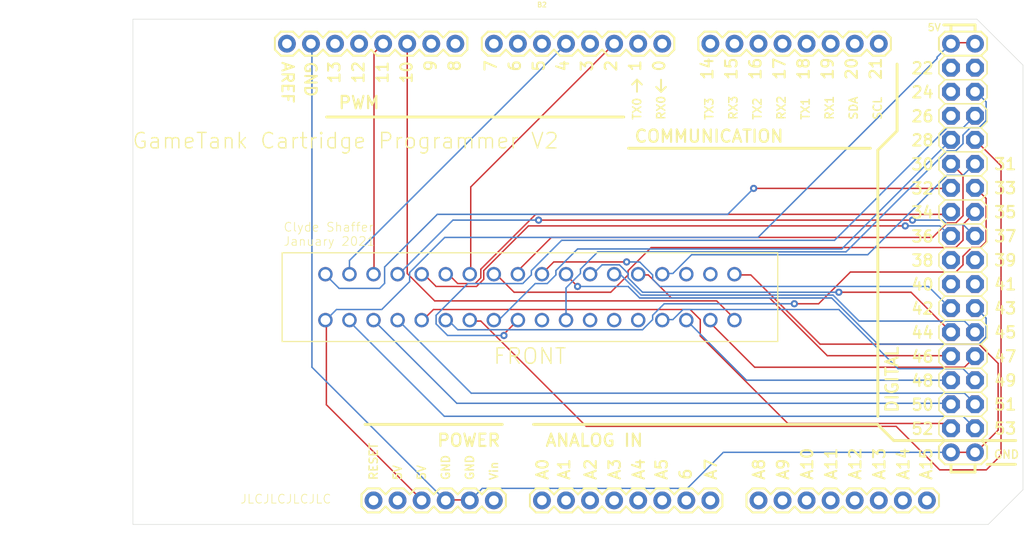
<source format=kicad_pcb>
(kicad_pcb (version 20241229) (generator "pcbnew") (generator_version "9.0")
  (layers (0 "F.Cu" signal) (4 "In1.Cu" signal) (6 "In2.Cu" signal) (2 "B.Cu" signal) (13 "F.Paste" user) (15 "B.Paste" user) (5 "F.SilkS" user "F.Silkscreen") (7 "B.SilkS" user "B.Silkscreen") (1 "F.Mask" user) (3 "B.Mask" user) (25 "Edge.Cuts" user))
  (net 0 "")
  (net 1 "VCC")
  (net 2 "GND")
  (net 3 "N$13")
  (net 4 "N$14")
  (net 5 "N$15")
  (net 6 "N$16")
  (net 7 "N$17")
  (net 8 "N$18")
  (net 9 "N$19")
  (net 10 "N$20")
  (net 11 "N$1")
  (net 12 "N$2")
  (net 13 "N$3")
  (net 14 "N$4")
  (net 15 "N$5")
  (net 16 "N$6")
  (net 17 "N$7")
  (net 18 "N$8")
  (net 19 "D0")
  (net 20 "D1")
  (net 21 "D2")
  (net 22 "D3")
  (net 23 "D4")
  (net 24 "D5")
  (net 25 "D6")
  (net 26 "D7")
  (net 27 "MISO")
  (net 28 "MOSI")
  (net 29 "SCK")
  (net 30 "SS")
  (net 31 "CLK")
  (net 32 "~{OE}")
  (net 33 "~{RESET}")
  (net 34 "~{WE}")
  (net 35 "READY")
  (net 36 "~{IRQ}")
  (footprint "MegaProgrammer:ARDUINO_MEGA_509" (layer "F.Cu") (at 143.4311 105.0291)
    (property "Reference" "B2")
    (property "Value" "ARDUINO_MEGA_R3FULL")
  )
  (footprint "MegaProgrammer:SLOT36" (layer "F.Cu") (at 143.4311 110.1091)
    (property "Reference" "U$1" (hide yes))
    (property "Value" "GT_CART3GT_SLOT" (hide yes))
  )
  (gr_line (start 101.5211 131.6991) (end 191.8181 131.6991) (stroke (width 0.05)) (layer "Edge.Cuts"))
  (gr_line (start 101.5211 78.3081) (end 101.5211 131.6991) (stroke (width 0.05)) (layer "Edge.Cuts"))
  (gr_line (start 195.4811 83.1651) (end 190.6241 78.3081) (stroke (width 0.05)) (layer "Edge.Cuts"))
  (gr_line (start 190.6241 78.3081) (end 101.5211 78.3081) (stroke (width 0.05)) (layer "Edge.Cuts"))
  (gr_line (start 195.4811 128.0361) (end 195.4811 83.1651) (stroke (width 0.05)) (layer "Edge.Cuts"))
  (gr_line (start 191.8181 131.6991) (end 195.4811 128.0361) (stroke (width 0.05)) (layer "Edge.Cuts"))
  (gr_text "JLCJLCJLCJLC" (at 112.7987 129.5655 0) (layer "F.SilkS") (effects (font (size 0.93472 0.93472) (thickness 0.08128)) (justify left bottom)))
  (gr_text "FRONT" (at 143.4311 113.9191 0) (layer "F.SilkS") (effects (font (size 1.63576 1.63576) (thickness 0.14224))))
  (gr_text "Clyde Shaffer\nJanuary 2021" (at 117.3707 102.3367 0) (layer "F.SilkS") (effects (font (size 0.93472 0.93472) (thickness 0.08128)) (justify left bottom)))
  (gr_text "GameTank Cartridge Programmer V2" (at 123.9747 91.1607 0) (layer "F.SilkS") (effects (font (size 1.63576 1.63576) (thickness 0.14224))))
  (segment (start 121.9427 119.0499) (end 121.9427 110.2107) (width 0.1524) (layer "F.Cu") (net 1))
  (segment (start 132.0011 129.1083) (end 121.9427 119.0499) (width 0.1524) (layer "F.Cu") (net 1))
  (segment (start 190.3703 80.7975) (end 190.4211 80.8991) (width 0.1524) (layer "F.Cu") (net 1))
  (segment (start 190.3703 80.7975) (end 187.9319 80.7975) (width 0.1524) (layer "F.Cu") (net 1))
  (segment (start 187.9319 80.7975) (end 187.8811 80.8991) (width 0.1524) (layer "F.Cu") (net 1))
  (segment (start 132.0011 129.1083) (end 132.0011 129.1591) (width 0.1524) (layer "F.Cu") (net 1))
  (segment (start 121.9427 110.2107) (end 121.8411 110.1091) (width 0.1524) (layer "F.Cu") (net 1))
  (segment (start 127.7847 108.9915) (end 130.7311 106.0451) (width 0.1524) (layer "B.Cu") (net 1))
  (segment (start 123.0095 108.9915) (end 127.7847 108.9915) (width 0.1524) (layer "B.Cu") (net 1))
  (segment (start 187.7795 80.9499) (end 187.8811 80.8991) (width 0.1524) (layer "B.Cu") (net 1))
  (segment (start 130.7311 106.0451) (end 130.7311 105.0799) (width 0.1524) (layer "B.Cu") (net 1))
  (segment (start 121.9427 110.0583) (end 121.8411 110.1091) (width 0.1524) (layer "B.Cu") (net 1))
  (segment (start 186.4079 82.4739) (end 186.4079 82.3215) (width 0.1524) (layer "B.Cu") (net 1))
  (segment (start 130.7311 105.0799) (end 134.4395 101.3715) (width 0.1524) (layer "B.Cu") (net 1))
  (segment (start 134.4395 101.3715) (end 167.5103 101.3715) (width 0.1524) (layer "B.Cu") (net 1))
  (segment (start 186.4079 82.3215) (end 187.7795 80.9499) (width 0.1524) (layer "B.Cu") (net 1))
  (segment (start 121.9427 110.0583) (end 123.0095 108.9915) (width 0.1524) (layer "B.Cu") (net 1))
  (segment (start 167.5103 101.3715) (end 186.4079 82.4739) (width 0.1524) (layer "B.Cu") (net 1))
  (segment (start 137.0303 129.1083) (end 134.5919 129.1083) (width 0.1524) (layer "F.Cu") (net 2))
  (segment (start 165.0719 105.3339) (end 165.0211 105.2577) (width 0.1524) (layer "F.Cu") (net 2))
  (segment (start 187.9319 124.0791) (end 187.8811 124.0791) (width 0.1524) (layer "F.Cu") (net 2))
  (segment (start 190.3703 124.0791) (end 187.9319 124.0791) (width 0.1524) (layer "F.Cu") (net 2))
  (segment (start 190.5227 124.0791) (end 190.4211 124.0791) (width 0.1524) (layer "F.Cu") (net 2))
  (segment (start 134.5919 129.1083) (end 134.5411 129.1591) (width 0.1524) (layer "F.Cu") (net 2))
  (segment (start 190.5227 124.0791) (end 192.8595 121.7423) (width 0.1524) (layer "F.Cu") (net 2))
  (segment (start 190.3703 124.0791) (end 190.4211 124.0791) (width 0.1524) (layer "F.Cu") (net 2))
  (segment (start 192.8595 121.7423) (end 192.8595 114.6811) (width 0.1524) (layer "F.Cu") (net 2))
  (segment (start 192.8595 114.6811) (end 190.8275 112.6491) (width 0.1524) (layer "F.Cu") (net 2))
  (segment (start 174.0635 112.6491) (end 166.7483 105.3339) (width 0.1524) (layer "F.Cu") (net 2))
  (segment (start 137.0303 129.1083) (end 137.0811 129.1591) (width 0.1524) (layer "F.Cu") (net 2))
  (segment (start 190.8275 112.6491) (end 174.0635 112.6491) (width 0.1524) (layer "F.Cu") (net 2))
  (segment (start 166.7483 105.3339) (end 165.0719 105.3339) (width 0.1524) (layer "F.Cu") (net 2))
  (segment (start 120.4187 115.0875) (end 120.4187 80.9499) (width 0.1524) (layer "B.Cu") (net 2))
  (segment (start 120.4187 80.9499) (end 120.3171 80.8991) (width 0.1524) (layer "B.Cu") (net 2))
  (segment (start 187.7795 124.0791) (end 187.8811 124.0791) (width 0.1524) (layer "B.Cu") (net 2))
  (segment (start 134.4395 129.1083) (end 120.4187 115.0875) (width 0.1524) (layer "B.Cu") (net 2))
  (segment (start 160.0427 127.8891) (end 163.8527 124.0791) (width 0.1524) (layer "B.Cu") (net 2))
  (segment (start 137.1827 129.1083) (end 137.0811 129.1591) (width 0.1524) (layer "B.Cu") (net 2))
  (segment (start 134.4395 129.1083) (end 134.5411 129.1591) (width 0.1524) (layer "B.Cu") (net 2))
  (segment (start 163.8527 124.0791) (end 187.7795 124.0791) (width 0.1524) (layer "B.Cu") (net 2))
  (segment (start 137.1827 129.1083) (end 138.4019 127.8891) (width 0.1524) (layer "B.Cu") (net 2))
  (segment (start 138.4019 127.8891) (end 160.0427 127.8891) (width 0.1524) (layer "B.Cu") (net 2))
  (segment (start 176.8067 102.8955) (end 150.5939 102.8955) (width 0.1524) (layer "B.Cu") (net 6))
  (segment (start 147.2411 106.7055) (end 147.2411 110.0583) (width 0.1524) (layer "B.Cu") (net 6))
  (segment (start 189.1511 91.4655) (end 188.3891 92.2275) (width 0.1524) (layer "B.Cu") (net 6))
  (segment (start 190.8275 89.7891) (end 189.9131 89.7891) (width 0.1524) (layer "B.Cu") (net 6))
  (segment (start 191.5895 89.0271) (end 190.8275 89.7891) (width 0.1524) (layer "B.Cu") (net 6))
  (segment (start 148.7651 104.7243) (end 148.7651 105.1815) (width 0.1524) (layer "B.Cu") (net 6))
  (segment (start 189.9131 89.7891) (end 189.1511 90.5511) (width 0.1524) (layer "B.Cu") (net 6))
  (segment (start 188.3891 92.2275) (end 187.4747 92.2275) (width 0.1524) (layer "B.Cu") (net 6))
  (segment (start 147.2411 110.0583) (end 147.2411 110.1091) (width 0.1524) (layer "B.Cu") (net 6))
  (segment (start 190.5227 85.9791) (end 190.4211 85.9791) (width 0.1524) (layer "B.Cu") (net 6))
  (segment (start 189.1511 90.5511) (end 189.1511 91.4655) (width 0.1524) (layer "B.Cu") (net 6))
  (segment (start 150.5939 102.8955) (end 148.7651 104.7243) (width 0.1524) (layer "B.Cu") (net 6))
  (segment (start 191.5895 87.0459) (end 191.5895 89.0271) (width 0.1524) (layer "B.Cu") (net 6))
  (segment (start 190.5227 85.9791) (end 191.5895 87.0459) (width 0.1524) (layer "B.Cu") (net 6))
  (segment (start 187.4747 92.2275) (end 176.8067 102.8955) (width 0.1524) (layer "B.Cu") (net 6))
  (segment (start 148.7651 105.1815) (end 147.2411 106.7055) (width 0.1524) (layer "B.Cu") (net 6))
  (segment (start 142.0595 110.2107) (end 142.1611 110.1091) (width 0.1524) (layer "F.Cu") (net 8))
  (segment (start 140.6879 111.7347) (end 140.6879 111.5823) (width 0.1524) (layer "F.Cu") (net 8))
  (segment (start 140.6879 111.5823) (end 142.0595 110.2107) (width 0.1524) (layer "F.Cu") (net 8))
  (via (at 140.6879 111.7347) (size 0.7564) (drill 0.35) (layers "F.Cu" "B.Cu") (net 8))
  (segment (start 175.5875 101.6763) (end 146.7839 101.6763) (width 0.1524) (layer "B.Cu") (net 8))
  (segment (start 133.5251 110.5155) (end 134.7443 111.7347) (width 0.1524) (layer "B.Cu") (net 8))
  (segment (start 134.7443 111.7347) (end 140.6879 111.7347) (width 0.1524) (layer "B.Cu") (net 8))
  (segment (start 189.1511 89.7891) (end 187.4747 89.7891) (width 0.1524) (layer "B.Cu") (net 8))
  (segment (start 187.4747 89.7891) (end 175.5875 101.6763) (width 0.1524) (layer "B.Cu") (net 8))
  (segment (start 133.5251 109.6011) (end 133.5251 110.5155) (width 0.1524) (layer "B.Cu") (net 8))
  (segment (start 190.3703 88.5699) (end 189.1511 89.7891) (width 0.1524) (layer "B.Cu") (net 8))
  (segment (start 142.6691 106.2483) (end 136.8779 106.2483) (width 0.1524) (layer "B.Cu") (net 8))
  (segment (start 143.5835 104.8767) (end 143.5835 105.3339) (width 0.1524) (layer "B.Cu") (net 8))
  (segment (start 136.8779 106.2483) (end 133.5251 109.6011) (width 0.1524) (layer "B.Cu") (net 8))
  (segment (start 143.5835 105.3339) (end 142.6691 106.2483) (width 0.1524) (layer "B.Cu") (net 8))
  (segment (start 190.3703 88.5699) (end 190.4211 88.5191) (width 0.1524) (layer "B.Cu") (net 8))
  (segment (start 146.7839 101.6763) (end 143.5835 104.8767) (width 0.1524) (layer "B.Cu") (net 8))
  (segment (start 146.1743 105.3339) (end 145.2599 106.2483) (width 0.1524) (layer "B.Cu") (net 9))
  (segment (start 145.2599 106.2483) (end 143.9899 106.2483) (width 0.1524) (layer "B.Cu") (net 9))
  (segment (start 176.3495 102.5907) (end 148.4603 102.5907) (width 0.1524) (layer "B.Cu") (net 9))
  (segment (start 140.1799 110.0583) (end 139.6211 110.0583) (width 0.1524) (layer "B.Cu") (net 9))
  (segment (start 187.7795 91.1607) (end 176.3495 102.5907) (width 0.1524) (layer "B.Cu") (net 9))
  (segment (start 148.4603 102.5907) (end 146.1743 104.8767) (width 0.1524) (layer "B.Cu") (net 9))
  (segment (start 143.9899 106.2483) (end 140.1799 110.0583) (width 0.1524) (layer "B.Cu") (net 9))
  (segment (start 139.6211 110.0583) (end 139.6211 110.1091) (width 0.1524) (layer "B.Cu") (net 9))
  (segment (start 187.7795 91.1607) (end 187.8811 91.0591) (width 0.1524) (layer "B.Cu") (net 9))
  (segment (start 146.1743 104.8767) (end 146.1743 105.3339) (width 0.1524) (layer "B.Cu") (net 9))
  (segment (start 182.0899 121.3359) (end 149.3747 121.3359) (width 0.1524) (layer "F.Cu") (net 10))
  (segment (start 193.1643 93.8023) (end 193.1643 124.3839) (width 0.1524) (layer "F.Cu") (net 10))
  (segment (start 190.5227 91.1607) (end 190.4211 91.0591) (width 0.1524) (layer "F.Cu") (net 10))
  (segment (start 193.1643 124.3839) (end 191.6149 125.9333) (width 0.1524) (layer "F.Cu") (net 10))
  (segment (start 137.1827 110.2107) (end 137.0811 110.1091) (width 0.1524) (layer "F.Cu") (net 10))
  (segment (start 186.6873 125.9333) (end 182.0899 121.3359) (width 0.1524) (layer "F.Cu") (net 10))
  (segment (start 138.2495 110.2107) (end 137.1827 110.2107) (width 0.1524) (layer "F.Cu") (net 10))
  (segment (start 190.5227 91.1607) (end 193.1643 93.8023) (width 0.1524) (layer "F.Cu") (net 10))
  (segment (start 149.3747 121.3359) (end 138.2495 110.2107) (width 0.1524) (layer "F.Cu") (net 10))
  (segment (start 191.6149 125.9333) (end 186.6873 125.9333) (width 0.1524) (layer "F.Cu") (net 10))
  (segment (start 183.8171 99.5427) (end 144.3455 99.5427) (width 0.1524) (layer "F.Cu") (net 11))
  (via (at 183.8171 99.5427) (size 0.7564) (drill 0.35) (layers "F.Cu" "B.Cu") (net 11))
  (via (at 144.3455 99.5427) (size 0.7564) (drill 0.35) (layers "F.Cu" "B.Cu") (net 11))
  (segment (start 187.0175 99.5427) (end 183.8171 99.5427) (width 0.1524) (layer "B.Cu") (net 11))
  (segment (start 129.6643 105.1815) (end 129.5627 105.1815) (width 0.1524) (layer "B.Cu") (net 11))
  (segment (start 189.1511 99.9999) (end 187.4747 99.9999) (width 0.1524) (layer "B.Cu") (net 11))
  (segment (start 190.3703 101.2191) (end 189.1511 99.9999) (width 0.1524) (layer "B.Cu") (net 11))
  (segment (start 190.3703 101.2191) (end 190.4211 101.2191) (width 0.1524) (layer "B.Cu") (net 11))
  (segment (start 187.4747 99.9999) (end 187.0175 99.5427) (width 0.1524) (layer "B.Cu") (net 11))
  (segment (start 135.3031 99.5427) (end 129.6643 105.1815) (width 0.1524) (layer "B.Cu") (net 11))
  (segment (start 129.5627 105.1815) (end 129.4611 105.2577) (width 0.1524) (layer "B.Cu") (net 11))
  (segment (start 144.3455 99.5427) (end 135.3031 99.5427) (width 0.1524) (layer "B.Cu") (net 11))
  (segment (start 133.5251 106.5531) (end 132.3059 105.3339) (width 0.1524) (layer "F.Cu") (net 12))
  (segment (start 183.0551 100.1523) (end 143.2787 100.1523) (width 0.1524) (layer "F.Cu") (net 12))
  (segment (start 137.7923 106.5531) (end 133.5251 106.5531) (width 0.1524) (layer "F.Cu") (net 12))
  (segment (start 132.0011 105.3339) (end 132.0011 105.2577) (width 0.1524) (layer "F.Cu") (net 12))
  (segment (start 143.2787 100.1523) (end 138.5543 104.8767) (width 0.1524) (layer "F.Cu") (net 12))
  (segment (start 138.5543 104.8767) (end 138.5543 105.7911) (width 0.1524) (layer "F.Cu") (net 12))
  (segment (start 132.3059 105.3339) (end 132.0011 105.3339) (width 0.1524) (layer "F.Cu") (net 12))
  (segment (start 138.5543 105.7911) (end 137.7923 106.5531) (width 0.1524) (layer "F.Cu") (net 12))
  (via (at 183.0551 100.1523) (size 0.7564) (drill 0.35) (layers "F.Cu" "B.Cu") (net 12))
  (segment (start 187.7795 101.2191) (end 187.8811 101.2191) (width 0.1524) (layer "B.Cu") (net 12))
  (segment (start 186.7127 100.1523) (end 183.0551 100.1523) (width 0.1524) (layer "B.Cu") (net 12))
  (segment (start 187.7795 101.2191) (end 186.7127 100.1523) (width 0.1524) (layer "B.Cu") (net 12))
  (segment (start 189.1511 101.6763) (end 188.3891 102.4383) (width 0.1524) (layer "F.Cu") (net 13))
  (segment (start 153.7943 104.8767) (end 153.7943 105.3339) (width 0.1524) (layer "F.Cu") (net 13))
  (segment (start 141.7547 107.1627) (end 139.9259 105.3339) (width 0.1524) (layer "F.Cu") (net 13))
  (segment (start 188.3891 102.4383) (end 156.2327 102.4383) (width 0.1524) (layer "F.Cu") (net 13))
  (segment (start 153.7943 105.3339) (end 151.9655 107.1627) (width 0.1524) (layer "F.Cu") (net 13))
  (segment (start 189.1511 99.9999) (end 189.1511 101.6763) (width 0.1524) (layer "F.Cu") (net 13))
  (segment (start 139.6211 105.3339) (end 139.6211 105.2577) (width 0.1524) (layer "F.Cu") (net 13))
  (segment (start 151.9655 107.1627) (end 141.7547 107.1627) (width 0.1524) (layer "F.Cu") (net 13))
  (segment (start 190.3703 98.7807) (end 190.4211 98.6791) (width 0.1524) (layer "F.Cu") (net 13))
  (segment (start 190.3703 98.7807) (end 189.1511 99.9999) (width 0.1524) (layer "F.Cu") (net 13))
  (segment (start 139.9259 105.3339) (end 139.6211 105.3339) (width 0.1524) (layer "F.Cu") (net 13))
  (segment (start 156.2327 102.4383) (end 153.7943 104.8767) (width 0.1524) (layer "F.Cu") (net 13))
  (segment (start 187.6271 98.9331) (end 144.0407 98.9331) (width 0.1524) (layer "F.Cu") (net 14))
  (segment (start 187.7795 98.7807) (end 187.6271 98.9331) (width 0.1524) (layer "F.Cu") (net 14))
  (segment (start 144.0407 98.9331) (end 138.2495 104.7243) (width 0.1524) (layer "F.Cu") (net 14))
  (segment (start 187.7795 98.7807) (end 187.8811 98.6791) (width 0.1524) (layer "F.Cu") (net 14))
  (segment (start 134.5919 105.3339) (end 134.5411 105.2577) (width 0.1524) (layer "F.Cu") (net 14))
  (segment (start 135.8111 106.2483) (end 134.8967 105.3339) (width 0.1524) (layer "F.Cu") (net 14))
  (segment (start 138.2495 105.6387) (end 137.6399 106.2483) (width 0.1524) (layer "F.Cu") (net 14))
  (segment (start 134.8967 105.3339) (end 134.5919 105.3339) (width 0.1524) (layer "F.Cu") (net 14))
  (segment (start 137.6399 106.2483) (end 135.8111 106.2483) (width 0.1524) (layer "F.Cu") (net 14))
  (segment (start 138.2495 104.7243) (end 138.2495 105.6387) (width 0.1524) (layer "F.Cu") (net 14))
  (segment (start 190.5227 96.1899) (end 190.4211 96.1391) (width 0.1524) (layer "F.Cu") (net 15))
  (segment (start 189.1511 104.2671) (end 188.3891 105.0291) (width 0.1524) (layer "F.Cu") (net 15))
  (segment (start 191.5895 97.2567) (end 191.5895 101.8287) (width 0.1524) (layer "F.Cu") (net 15))
  (segment (start 190.0655 102.4383) (end 189.1511 103.3527) (width 0.1524) (layer "F.Cu") (net 15))
  (segment (start 188.3891 105.0291) (end 177.2639 105.0291) (width 0.1524) (layer "F.Cu") (net 15))
  (segment (start 173.9111 108.3819) (end 171.3457 108.3819) (width 0.1524) (layer "F.Cu") (net 15))
  (segment (start 190.5227 96.1899) (end 191.5895 97.2567) (width 0.1524) (layer "F.Cu") (net 15))
  (segment (start 189.1511 103.3527) (end 189.1511 104.2671) (width 0.1524) (layer "F.Cu") (net 15))
  (segment (start 177.2639 105.0291) (end 173.9111 108.3819) (width 0.1524) (layer "F.Cu") (net 15))
  (segment (start 190.9799 102.4383) (end 190.0655 102.4383) (width 0.1524) (layer "F.Cu") (net 15))
  (segment (start 191.5895 101.8287) (end 190.9799 102.4383) (width 0.1524) (layer "F.Cu") (net 15))
  (via (at 171.3457 108.3819) (size 0.7564) (drill 0.35) (layers "F.Cu" "B.Cu") (net 15))
  (segment (start 135.8111 111.1251) (end 134.8967 110.2107) (width 0.1524) (layer "B.Cu") (net 15))
  (segment (start 171.3457 108.3819) (end 157.6043 108.3819) (width 0.1524) (layer "B.Cu") (net 15))
  (segment (start 156.3851 110.0583) (end 155.3183 111.1251) (width 0.1524) (layer "B.Cu") (net 15))
  (segment (start 134.8967 110.2107) (end 134.5919 110.2107) (width 0.1524) (layer "B.Cu") (net 15))
  (segment (start 157.6043 108.3819) (end 156.3851 109.6011) (width 0.1524) (layer "B.Cu") (net 15))
  (segment (start 134.5919 110.2107) (end 134.5411 110.1091) (width 0.1524) (layer "B.Cu") (net 15))
  (segment (start 155.3183 111.1251) (end 135.8111 111.1251) (width 0.1524) (layer "B.Cu") (net 15))
  (segment (start 156.3851 109.6011) (end 156.3851 110.0583) (width 0.1524) (layer "B.Cu") (net 15))
  (segment (start 187.7795 96.1899) (end 167.0531 96.1899) (width 0.1524) (layer "F.Cu") (net 16))
  (segment (start 187.7795 96.1899) (end 187.8811 96.1391) (width 0.1524) (layer "F.Cu") (net 16))
  (via (at 167.0531 96.1899) (size 0.7564) (drill 0.35) (layers "F.Cu" "B.Cu") (net 16))
  (segment (start 123.2889 106.7563) (end 121.8411 105.3085) (width 0.1524) (layer "B.Cu") (net 16))
  (segment (start 167.0531 96.1899) (end 164.3099 98.9331) (width 0.1524) (layer "B.Cu") (net 16))
  (segment (start 164.3099 98.9331) (end 133.6521 98.9331) (width 0.1524) (layer "B.Cu") (net 16))
  (segment (start 121.8411 105.2577) (end 121.8411 105.3085) (width 0.1524) (layer "B.Cu") (net 16))
  (segment (start 128.0895 106.2229) (end 127.5561 106.7563) (width 0.1524) (layer "B.Cu") (net 16))
  (segment (start 127.5561 106.7563) (end 123.2889 106.7563) (width 0.1524) (layer "B.Cu") (net 16))
  (segment (start 128.0895 104.4957) (end 128.0895 106.2229) (width 0.1524) (layer "B.Cu") (net 16))
  (segment (start 133.6521 98.9331) (end 128.0895 104.4957) (width 0.1524) (layer "B.Cu") (net 16))
  (segment (start 160.4999 103.2003) (end 158.5187 105.1815) (width 0.1524) (layer "B.Cu") (net 17))
  (segment (start 179.0927 103.2003) (end 160.4999 103.2003) (width 0.1524) (layer "B.Cu") (net 17))
  (segment (start 157.4519 105.1815) (end 157.4011 105.2577) (width 0.1524) (layer "B.Cu") (net 17))
  (segment (start 187.4747 94.8183) (end 179.0927 103.2003) (width 0.1524) (layer "B.Cu") (net 17))
  (segment (start 158.5187 105.1815) (end 157.4519 105.1815) (width 0.1524) (layer "B.Cu") (net 17))
  (segment (start 190.3703 93.5991) (end 190.4211 93.5991) (width 0.1524) (layer "B.Cu") (net 17))
  (segment (start 189.1511 94.8183) (end 187.4747 94.8183) (width 0.1524) (layer "B.Cu") (net 17))
  (segment (start 190.3703 93.5991) (end 189.1511 94.8183) (width 0.1524) (layer "B.Cu") (net 17))
  (segment (start 189.1511 99.0855) (end 188.3891 99.8475) (width 0.1524) (layer "F.Cu") (net 18))
  (segment (start 188.3891 99.8475) (end 187.4747 99.8475) (width 0.1524) (layer "F.Cu") (net 18))
  (segment (start 185.9507 101.3715) (end 145.6917 101.3715) (width 0.1524) (layer "F.Cu") (net 18))
  (segment (start 187.4747 99.8475) (end 185.9507 101.3715) (width 0.1524) (layer "F.Cu") (net 18))
  (segment (start 187.9319 93.5991) (end 189.1511 94.8183) (width 0.1524) (layer "F.Cu") (net 18))
  (segment (start 145.6917 101.3715) (end 142.1611 104.9021) (width 0.1524) (layer "F.Cu") (net 18))
  (segment (start 142.1611 105.2577) (end 142.1611 104.9021) (width 0.1524) (layer "F.Cu") (net 18))
  (segment (start 187.9319 93.5991) (end 187.8811 93.5991) (width 0.1524) (layer "F.Cu") (net 18))
  (segment (start 189.1511 94.8183) (end 189.1511 99.0855) (width 0.1524) (layer "F.Cu") (net 18))
  (segment (start 190.3703 116.4591) (end 189.1511 115.2399) (width 0.1524) (layer "B.Cu") (net 19))
  (segment (start 159.5855 108.9915) (end 158.5187 110.0583) (width 0.1524) (layer "B.Cu") (net 19))
  (segment (start 190.3703 116.4591) (end 190.4211 116.4591) (width 0.1524) (layer "B.Cu") (net 19))
  (segment (start 182.2931 115.2399) (end 176.0447 108.9915) (width 0.1524) (layer "B.Cu") (net 19))
  (segment (start 157.4519 110.0583) (end 157.4011 110.1091) (width 0.1524) (layer "B.Cu") (net 19))
  (segment (start 189.1511 115.2399) (end 182.2931 115.2399) (width 0.1524) (layer "B.Cu") (net 19))
  (segment (start 158.5187 110.0583) (end 157.4519 110.0583) (width 0.1524) (layer "B.Cu") (net 19))
  (segment (start 176.0447 108.9915) (end 159.5855 108.9915) (width 0.1524) (layer "B.Cu") (net 19))
  (segment (start 187.7795 116.4591) (end 187.8811 116.4591) (width 0.1524) (layer "B.Cu") (net 20))
  (segment (start 187.7795 116.4591) (end 166.2911 116.4591) (width 0.1524) (layer "B.Cu") (net 20))
  (segment (start 166.2911 116.4591) (end 159.9411 110.1091) (width 0.1524) (layer "B.Cu") (net 20))
  (segment (start 167.1547 115.0875) (end 162.4811 110.4139) (width 0.1524) (layer "F.Cu") (net 21))
  (segment (start 162.4811 110.1091) (end 162.4811 110.4139) (width 0.1524) (layer "F.Cu") (net 21))
  (segment (start 190.3703 114.0207) (end 189.3035 115.0875) (width 0.1524) (layer "F.Cu") (net 21))
  (segment (start 190.3703 114.0207) (end 190.4211 113.9191) (width 0.1524) (layer "F.Cu") (net 21))
  (segment (start 189.3035 115.0875) (end 167.1547 115.0875) (width 0.1524) (layer "F.Cu") (net 21))
  (segment (start 155.9279 105.3339) (end 154.8611 105.3339) (width 0.1524) (layer "F.Cu") (net 22))
  (segment (start 158.3663 107.7723) (end 155.9279 105.3339) (width 0.1524) (layer "F.Cu") (net 22))
  (segment (start 187.7795 113.8683) (end 187.8811 113.9191) (width 0.1524) (layer "F.Cu") (net 22))
  (segment (start 174.8255 113.8683) (end 168.7295 107.7723) (width 0.1524) (layer "F.Cu") (net 22))
  (segment (start 154.8611 105.3339) (end 154.8611 105.2577) (width 0.1524) (layer "F.Cu") (net 22))
  (segment (start 168.7295 107.7723) (end 158.3663 107.7723) (width 0.1524) (layer "F.Cu") (net 22))
  (segment (start 187.7795 113.8683) (end 174.8255 113.8683) (width 0.1524) (layer "F.Cu") (net 22))
  (segment (start 155.1659 107.4675) (end 153.0323 105.3339) (width 0.1524) (layer "B.Cu") (net 23))
  (segment (start 190.3703 111.2775) (end 190.4211 111.3791) (width 0.1524) (layer "B.Cu") (net 23))
  (segment (start 190.3703 111.2775) (end 189.3035 110.2107) (width 0.1524) (layer "B.Cu") (net 23))
  (segment (start 152.4227 105.3339) (end 152.3211 105.2577) (width 0.1524) (layer "B.Cu") (net 23))
  (segment (start 175.4351 107.4675) (end 155.1659 107.4675) (width 0.1524) (layer "B.Cu") (net 23))
  (segment (start 189.3035 110.2107) (end 178.1783 110.2107) (width 0.1524) (layer "B.Cu") (net 23))
  (segment (start 178.1783 110.2107) (end 175.4351 107.4675) (width 0.1524) (layer "B.Cu") (net 23))
  (segment (start 153.0323 105.3339) (end 152.4227 105.3339) (width 0.1524) (layer "B.Cu") (net 23))
  (segment (start 187.7795 111.2775) (end 183.6647 107.1627) (width 0.1524) (layer "F.Cu") (net 24))
  (segment (start 187.7795 111.2775) (end 187.8811 111.3791) (width 0.1524) (layer "F.Cu") (net 24))
  (segment (start 183.6647 107.1627) (end 176.0447 107.1627) (width 0.1524) (layer "F.Cu") (net 24))
  (via (at 176.0447 107.1627) (size 0.7564) (drill 0.35) (layers "F.Cu" "B.Cu") (net 24))
  (segment (start 153.7943 105.6387) (end 153.7943 105.1815) (width 0.1524) (layer "B.Cu") (net 24))
  (segment (start 149.8319 105.1815) (end 149.7811 105.2577) (width 0.1524) (layer "B.Cu") (net 24))
  (segment (start 152.8799 104.2671) (end 151.0511 104.2671) (width 0.1524) (layer "B.Cu") (net 24))
  (segment (start 153.7943 105.1815) (end 152.8799 104.2671) (width 0.1524) (layer "B.Cu") (net 24))
  (segment (start 150.1367 105.1815) (end 149.8319 105.1815) (width 0.1524) (layer "B.Cu") (net 24))
  (segment (start 176.0447 107.1627) (end 155.3183 107.1627) (width 0.1524) (layer "B.Cu") (net 24))
  (segment (start 151.0511 104.2671) (end 150.1367 105.1815) (width 0.1524) (layer "B.Cu") (net 24))
  (segment (start 155.3183 107.1627) (end 153.7943 105.6387) (width 0.1524) (layer "B.Cu") (net 24))
  (segment (start 148.4603 106.5531) (end 147.2411 105.3339) (width 0.1524) (layer "F.Cu") (net 25))
  (segment (start 147.2411 105.3339) (end 147.2411 105.2577) (width 0.1524) (layer "F.Cu") (net 25))
  (via (at 148.4603 106.5531) (size 0.7564) (drill 0.35) (layers "F.Cu" "B.Cu") (net 25))
  (segment (start 180.1595 112.6491) (end 175.2827 107.7723) (width 0.1524) (layer "B.Cu") (net 25))
  (segment (start 155.0135 107.7723) (end 153.7943 106.5531) (width 0.1524) (layer "B.Cu") (net 25))
  (segment (start 190.5227 108.8391) (end 190.4211 108.8391) (width 0.1524) (layer "B.Cu") (net 25))
  (segment (start 191.5895 109.9059) (end 191.5895 111.8871) (width 0.1524) (layer "B.Cu") (net 25))
  (segment (start 191.5895 111.8871) (end 190.8275 112.6491) (width 0.1524) (layer "B.Cu") (net 25))
  (segment (start 175.2827 107.7723) (end 155.0135 107.7723) (width 0.1524) (layer "B.Cu") (net 25))
  (segment (start 190.8275 112.6491) (end 180.1595 112.6491) (width 0.1524) (layer "B.Cu") (net 25))
  (segment (start 190.5227 108.8391) (end 191.5895 109.9059) (width 0.1524) (layer "B.Cu") (net 25))
  (segment (start 153.7943 106.5531) (end 148.4603 106.5531) (width 0.1524) (layer "B.Cu") (net 25))
  (segment (start 145.9457 103.9623) (end 144.7011 105.2069) (width 0.1524) (layer "F.Cu") (net 26))
  (segment (start 153.6419 103.9623) (end 145.9457 103.9623) (width 0.1524) (layer "F.Cu") (net 26))
  (segment (start 144.7011 105.2577) (end 144.7011 105.2069) (width 0.1524) (layer "F.Cu") (net 26))
  (via (at 153.6419 103.9623) (size 0.7564) (drill 0.35) (layers "F.Cu" "B.Cu") (net 26))
  (segment (start 156.3851 105.7911) (end 156.3851 105.3339) (width 0.1524) (layer "B.Cu") (net 26))
  (segment (start 155.0135 103.9623) (end 153.6419 103.9623) (width 0.1524) (layer "B.Cu") (net 26))
  (segment (start 187.7795 108.8391) (end 185.4935 106.5531) (width 0.1524) (layer "B.Cu") (net 26))
  (segment (start 156.3851 105.3339) (end 155.0135 103.9623) (width 0.1524) (layer "B.Cu") (net 26))
  (segment (start 185.4935 106.5531) (end 157.1471 106.5531) (width 0.1524) (layer "B.Cu") (net 26))
  (segment (start 157.1471 106.5531) (end 156.3851 105.7911) (width 0.1524) (layer "B.Cu") (net 26))
  (segment (start 187.7795 108.8391) (end 187.8811 108.8391) (width 0.1524) (layer "B.Cu") (net 26))
  (segment (start 187.7795 118.8975) (end 135.7095 118.8975) (width 0.1524) (layer "B.Cu") (net 27))
  (segment (start 126.9719 110.2107) (end 126.9211 110.1091) (width 0.1524) (layer "B.Cu") (net 27))
  (segment (start 187.7795 118.8975) (end 187.8811 118.9991) (width 0.1524) (layer "B.Cu") (net 27))
  (segment (start 135.7095 118.8975) (end 127.0227 110.2107) (width 0.1524) (layer "B.Cu") (net 27))
  (segment (start 127.0227 110.2107) (end 126.9719 110.2107) (width 0.1524) (layer "B.Cu") (net 27))
  (segment (start 190.3703 118.8975) (end 189.3035 117.8307) (width 0.1524) (layer "B.Cu") (net 28))
  (segment (start 129.5627 110.2107) (end 129.4611 110.1091) (width 0.1524) (layer "B.Cu") (net 28))
  (segment (start 137.2335 117.8307) (end 129.6135 110.2107) (width 0.1524) (layer "B.Cu") (net 28))
  (segment (start 189.3035 117.8307) (end 137.2335 117.8307) (width 0.1524) (layer "B.Cu") (net 28))
  (segment (start 129.6135 110.2107) (end 129.5627 110.2107) (width 0.1524) (layer "B.Cu") (net 28))
  (segment (start 190.3703 118.8975) (end 190.4211 118.9991) (width 0.1524) (layer "B.Cu") (net 28))
  (segment (start 161.4143 111.7855) (end 161.4143 110.0583) (width 0.1524) (layer "F.Cu") (net 29))
  (segment (start 187.3223 121.0311) (end 170.6599 121.0311) (width 0.1524) (layer "F.Cu") (net 29))
  (segment (start 161.4143 110.0583) (end 160.3475 108.9915) (width 0.1524) (layer "F.Cu") (net 29))
  (segment (start 187.7795 121.4883) (end 187.3223 121.0311) (width 0.1524) (layer "F.Cu") (net 29))
  (segment (start 132.1789 110.0583) (end 132.0011 110.0583) (width 0.1524) (layer "F.Cu") (net 29))
  (segment (start 133.2457 108.9915) (end 132.1789 110.0583) (width 0.1524) (layer "F.Cu") (net 29))
  (segment (start 160.3475 108.9915) (end 133.2457 108.9915) (width 0.1524) (layer "F.Cu") (net 29))
  (segment (start 132.0011 110.0583) (end 132.0011 110.1091) (width 0.1524) (layer "F.Cu") (net 29))
  (segment (start 187.7795 121.4883) (end 187.8811 121.5391) (width 0.1524) (layer "F.Cu") (net 29))
  (segment (start 170.6599 121.0311) (end 161.4143 111.7855) (width 0.1524) (layer "F.Cu") (net 29))
  (segment (start 134.3887 120.2691) (end 124.3811 110.2615) (width 0.1524) (layer "B.Cu") (net 30))
  (segment (start 190.3703 121.4883) (end 190.4211 121.5391) (width 0.1524) (layer "B.Cu") (net 30))
  (segment (start 124.3811 110.1091) (end 124.3811 110.2615) (width 0.1524) (layer "B.Cu") (net 30))
  (segment (start 189.1511 120.2691) (end 134.3887 120.2691) (width 0.1524) (layer "B.Cu") (net 30))
  (segment (start 190.3703 121.4883) (end 189.1511 120.2691) (width 0.1524) (layer "B.Cu") (net 30))
  (segment (start 130.4771 80.9499) (end 130.4771 80.8991) (width 0.1524) (layer "F.Cu") (net 31))
  (segment (start 165.0211 110.1091) (end 165.0211 109.9567) (width 0.1524) (layer "F.Cu") (net 31))
  (segment (start 165.0211 109.9567) (end 163.1415 108.0771) (width 0.1524) (layer "F.Cu") (net 31))
  (segment (start 130.4771 105.1815) (end 133.3727 108.0771) (width 0.1524) (layer "F.Cu") (net 31))
  (segment (start 133.3727 108.0771) (end 163.1415 108.0771) (width 0.1524) (layer "F.Cu") (net 31))
  (segment (start 130.4771 80.9499) (end 130.4771 105.1815) (width 0.1524) (layer "F.Cu") (net 31))
  (segment (start 137.1827 96.0375) (end 137.1827 105.1815) (width 0.1524) (layer "F.Cu") (net 32))
  (segment (start 137.1827 105.1815) (end 137.0811 105.2577) (width 0.1524) (layer "F.Cu") (net 32))
  (segment (start 152.2703 80.9499) (end 137.1827 96.0375) (width 0.1524) (layer "F.Cu") (net 32))
  (segment (start 152.2703 80.9499) (end 152.3211 80.8991) (width 0.1524) (layer "F.Cu") (net 32))
  (segment (start 124.3811 105.1815) (end 124.3811 105.2577) (width 0.1524) (layer "B.Cu") (net 34))
  (segment (start 147.2411 80.9499) (end 147.2411 80.8991) (width 0.1524) (layer "B.Cu") (net 34))
  (segment (start 124.3811 103.8099) (end 124.3811 105.1815) (width 0.1524) (layer "B.Cu") (net 34))
  (segment (start 147.2411 80.9499) (end 124.3811 103.8099) (width 0.1524) (layer "B.Cu") (net 34))
  (segment (start 126.9719 81.8643) (end 126.9719 105.1815) (width 0.1524) (layer "F.Cu") (net 36))
  (segment (start 127.8863 80.9499) (end 127.9371 80.8991) (width 0.1524) (layer "F.Cu") (net 36))
  (segment (start 127.8863 80.9499) (end 126.9719 81.8643) (width 0.1524) (layer "F.Cu") (net 36))
  (segment (start 126.9719 105.1815) (end 126.9211 105.2577) (width 0.1524) (layer "F.Cu") (net 36))
)
</source>
